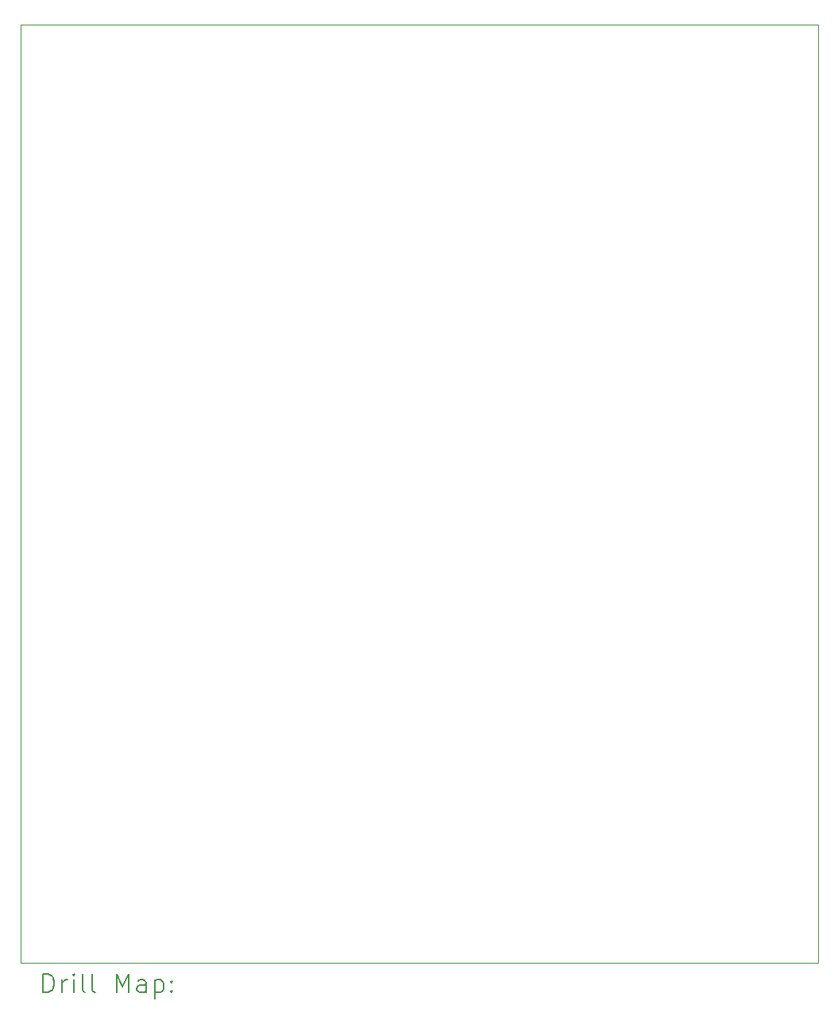
<source format=gbr>
%TF.GenerationSoftware,KiCad,Pcbnew,7.0.2*%
%TF.CreationDate,2024-02-09T22:37:32-05:00*%
%TF.ProjectId,Feeder-Panelized,46656564-6572-42d5-9061-6e656c697a65,rev?*%
%TF.SameCoordinates,Original*%
%TF.FileFunction,Drillmap*%
%TF.FilePolarity,Positive*%
%FSLAX45Y45*%
G04 Gerber Fmt 4.5, Leading zero omitted, Abs format (unit mm)*
G04 Created by KiCad (PCBNEW 7.0.2) date 2024-02-09 22:37:32*
%MOMM*%
%LPD*%
G01*
G04 APERTURE LIST*
%ADD10C,0.100000*%
%ADD11C,0.200000*%
G04 APERTURE END LIST*
D10*
X13950000Y-8000000D02*
X22450000Y-8000000D01*
X22450000Y-18000000D01*
X13950000Y-18000000D01*
X13950000Y-8000000D01*
D11*
X14192619Y-18317524D02*
X14192619Y-18117524D01*
X14192619Y-18117524D02*
X14240238Y-18117524D01*
X14240238Y-18117524D02*
X14268809Y-18127048D01*
X14268809Y-18127048D02*
X14287857Y-18146095D01*
X14287857Y-18146095D02*
X14297381Y-18165143D01*
X14297381Y-18165143D02*
X14306905Y-18203238D01*
X14306905Y-18203238D02*
X14306905Y-18231810D01*
X14306905Y-18231810D02*
X14297381Y-18269905D01*
X14297381Y-18269905D02*
X14287857Y-18288952D01*
X14287857Y-18288952D02*
X14268809Y-18308000D01*
X14268809Y-18308000D02*
X14240238Y-18317524D01*
X14240238Y-18317524D02*
X14192619Y-18317524D01*
X14392619Y-18317524D02*
X14392619Y-18184190D01*
X14392619Y-18222286D02*
X14402143Y-18203238D01*
X14402143Y-18203238D02*
X14411667Y-18193714D01*
X14411667Y-18193714D02*
X14430714Y-18184190D01*
X14430714Y-18184190D02*
X14449762Y-18184190D01*
X14516428Y-18317524D02*
X14516428Y-18184190D01*
X14516428Y-18117524D02*
X14506905Y-18127048D01*
X14506905Y-18127048D02*
X14516428Y-18136571D01*
X14516428Y-18136571D02*
X14525952Y-18127048D01*
X14525952Y-18127048D02*
X14516428Y-18117524D01*
X14516428Y-18117524D02*
X14516428Y-18136571D01*
X14640238Y-18317524D02*
X14621190Y-18308000D01*
X14621190Y-18308000D02*
X14611667Y-18288952D01*
X14611667Y-18288952D02*
X14611667Y-18117524D01*
X14745000Y-18317524D02*
X14725952Y-18308000D01*
X14725952Y-18308000D02*
X14716428Y-18288952D01*
X14716428Y-18288952D02*
X14716428Y-18117524D01*
X14973571Y-18317524D02*
X14973571Y-18117524D01*
X14973571Y-18117524D02*
X15040238Y-18260381D01*
X15040238Y-18260381D02*
X15106905Y-18117524D01*
X15106905Y-18117524D02*
X15106905Y-18317524D01*
X15287857Y-18317524D02*
X15287857Y-18212762D01*
X15287857Y-18212762D02*
X15278333Y-18193714D01*
X15278333Y-18193714D02*
X15259286Y-18184190D01*
X15259286Y-18184190D02*
X15221190Y-18184190D01*
X15221190Y-18184190D02*
X15202143Y-18193714D01*
X15287857Y-18308000D02*
X15268809Y-18317524D01*
X15268809Y-18317524D02*
X15221190Y-18317524D01*
X15221190Y-18317524D02*
X15202143Y-18308000D01*
X15202143Y-18308000D02*
X15192619Y-18288952D01*
X15192619Y-18288952D02*
X15192619Y-18269905D01*
X15192619Y-18269905D02*
X15202143Y-18250857D01*
X15202143Y-18250857D02*
X15221190Y-18241333D01*
X15221190Y-18241333D02*
X15268809Y-18241333D01*
X15268809Y-18241333D02*
X15287857Y-18231810D01*
X15383095Y-18184190D02*
X15383095Y-18384190D01*
X15383095Y-18193714D02*
X15402143Y-18184190D01*
X15402143Y-18184190D02*
X15440238Y-18184190D01*
X15440238Y-18184190D02*
X15459286Y-18193714D01*
X15459286Y-18193714D02*
X15468809Y-18203238D01*
X15468809Y-18203238D02*
X15478333Y-18222286D01*
X15478333Y-18222286D02*
X15478333Y-18279429D01*
X15478333Y-18279429D02*
X15468809Y-18298476D01*
X15468809Y-18298476D02*
X15459286Y-18308000D01*
X15459286Y-18308000D02*
X15440238Y-18317524D01*
X15440238Y-18317524D02*
X15402143Y-18317524D01*
X15402143Y-18317524D02*
X15383095Y-18308000D01*
X15564048Y-18298476D02*
X15573571Y-18308000D01*
X15573571Y-18308000D02*
X15564048Y-18317524D01*
X15564048Y-18317524D02*
X15554524Y-18308000D01*
X15554524Y-18308000D02*
X15564048Y-18298476D01*
X15564048Y-18298476D02*
X15564048Y-18317524D01*
X15564048Y-18193714D02*
X15573571Y-18203238D01*
X15573571Y-18203238D02*
X15564048Y-18212762D01*
X15564048Y-18212762D02*
X15554524Y-18203238D01*
X15554524Y-18203238D02*
X15564048Y-18193714D01*
X15564048Y-18193714D02*
X15564048Y-18212762D01*
M02*

</source>
